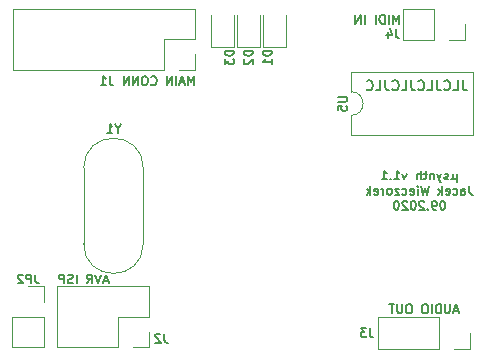
<source format=gbr>
G04 #@! TF.GenerationSoftware,KiCad,Pcbnew,5.1.6*
G04 #@! TF.CreationDate,2020-09-05T13:36:47+02:00*
G04 #@! TF.ProjectId,usynth,7573796e-7468-42e6-9b69-6361645f7063,2*
G04 #@! TF.SameCoordinates,Original*
G04 #@! TF.FileFunction,Legend,Bot*
G04 #@! TF.FilePolarity,Positive*
%FSLAX46Y46*%
G04 Gerber Fmt 4.6, Leading zero omitted, Abs format (unit mm)*
G04 Created by KiCad (PCBNEW 5.1.6) date 2020-09-05 13:36:47*
%MOMM*%
%LPD*%
G01*
G04 APERTURE LIST*
%ADD10C,0.150000*%
%ADD11C,0.120000*%
%ADD12O,1.802000X1.802000*%
%ADD13R,1.802000X1.802000*%
%ADD14C,1.602000*%
%ADD15O,1.702000X1.702000*%
%ADD16R,1.702000X1.702000*%
G04 APERTURE END LIST*
D10*
X153323928Y-61939285D02*
X153323928Y-61189285D01*
X153073928Y-61725000D01*
X152823928Y-61189285D01*
X152823928Y-61939285D01*
X152466785Y-61939285D02*
X152466785Y-61189285D01*
X152109642Y-61939285D02*
X152109642Y-61189285D01*
X151931071Y-61189285D01*
X151823928Y-61225000D01*
X151752500Y-61296428D01*
X151716785Y-61367857D01*
X151681071Y-61510714D01*
X151681071Y-61617857D01*
X151716785Y-61760714D01*
X151752500Y-61832142D01*
X151823928Y-61903571D01*
X151931071Y-61939285D01*
X152109642Y-61939285D01*
X151359642Y-61939285D02*
X151359642Y-61189285D01*
X150431071Y-61939285D02*
X150431071Y-61189285D01*
X150073928Y-61939285D02*
X150073928Y-61189285D01*
X149645357Y-61939285D01*
X149645357Y-61189285D01*
X158726190Y-66734523D02*
X158726190Y-67341666D01*
X158766666Y-67463095D01*
X158847619Y-67544047D01*
X158969047Y-67584523D01*
X159050000Y-67584523D01*
X157916666Y-67584523D02*
X158321428Y-67584523D01*
X158321428Y-66734523D01*
X157147619Y-67503571D02*
X157188095Y-67544047D01*
X157309523Y-67584523D01*
X157390476Y-67584523D01*
X157511904Y-67544047D01*
X157592857Y-67463095D01*
X157633333Y-67382142D01*
X157673809Y-67220238D01*
X157673809Y-67098809D01*
X157633333Y-66936904D01*
X157592857Y-66855952D01*
X157511904Y-66775000D01*
X157390476Y-66734523D01*
X157309523Y-66734523D01*
X157188095Y-66775000D01*
X157147619Y-66815476D01*
X156540476Y-66734523D02*
X156540476Y-67341666D01*
X156580952Y-67463095D01*
X156661904Y-67544047D01*
X156783333Y-67584523D01*
X156864285Y-67584523D01*
X155730952Y-67584523D02*
X156135714Y-67584523D01*
X156135714Y-66734523D01*
X154961904Y-67503571D02*
X155002380Y-67544047D01*
X155123809Y-67584523D01*
X155204761Y-67584523D01*
X155326190Y-67544047D01*
X155407142Y-67463095D01*
X155447619Y-67382142D01*
X155488095Y-67220238D01*
X155488095Y-67098809D01*
X155447619Y-66936904D01*
X155407142Y-66855952D01*
X155326190Y-66775000D01*
X155204761Y-66734523D01*
X155123809Y-66734523D01*
X155002380Y-66775000D01*
X154961904Y-66815476D01*
X154354761Y-66734523D02*
X154354761Y-67341666D01*
X154395238Y-67463095D01*
X154476190Y-67544047D01*
X154597619Y-67584523D01*
X154678571Y-67584523D01*
X153545238Y-67584523D02*
X153950000Y-67584523D01*
X153950000Y-66734523D01*
X152776190Y-67503571D02*
X152816666Y-67544047D01*
X152938095Y-67584523D01*
X153019047Y-67584523D01*
X153140476Y-67544047D01*
X153221428Y-67463095D01*
X153261904Y-67382142D01*
X153302380Y-67220238D01*
X153302380Y-67098809D01*
X153261904Y-66936904D01*
X153221428Y-66855952D01*
X153140476Y-66775000D01*
X153019047Y-66734523D01*
X152938095Y-66734523D01*
X152816666Y-66775000D01*
X152776190Y-66815476D01*
X152169047Y-66734523D02*
X152169047Y-67341666D01*
X152209523Y-67463095D01*
X152290476Y-67544047D01*
X152411904Y-67584523D01*
X152492857Y-67584523D01*
X151359523Y-67584523D02*
X151764285Y-67584523D01*
X151764285Y-66734523D01*
X150590476Y-67503571D02*
X150630952Y-67544047D01*
X150752380Y-67584523D01*
X150833333Y-67584523D01*
X150954761Y-67544047D01*
X151035714Y-67463095D01*
X151076190Y-67382142D01*
X151116666Y-67220238D01*
X151116666Y-67098809D01*
X151076190Y-66936904D01*
X151035714Y-66855952D01*
X150954761Y-66775000D01*
X150833333Y-66734523D01*
X150752380Y-66734523D01*
X150630952Y-66775000D01*
X150590476Y-66815476D01*
X135982142Y-67139285D02*
X135982142Y-66389285D01*
X135732142Y-66925000D01*
X135482142Y-66389285D01*
X135482142Y-67139285D01*
X135160714Y-66925000D02*
X134803571Y-66925000D01*
X135232142Y-67139285D02*
X134982142Y-66389285D01*
X134732142Y-67139285D01*
X134482142Y-67139285D02*
X134482142Y-66389285D01*
X134125000Y-67139285D02*
X134125000Y-66389285D01*
X133696428Y-67139285D01*
X133696428Y-66389285D01*
X132339285Y-67067857D02*
X132375000Y-67103571D01*
X132482142Y-67139285D01*
X132553571Y-67139285D01*
X132660714Y-67103571D01*
X132732142Y-67032142D01*
X132767857Y-66960714D01*
X132803571Y-66817857D01*
X132803571Y-66710714D01*
X132767857Y-66567857D01*
X132732142Y-66496428D01*
X132660714Y-66425000D01*
X132553571Y-66389285D01*
X132482142Y-66389285D01*
X132375000Y-66425000D01*
X132339285Y-66460714D01*
X131875000Y-66389285D02*
X131732142Y-66389285D01*
X131660714Y-66425000D01*
X131589285Y-66496428D01*
X131553571Y-66639285D01*
X131553571Y-66889285D01*
X131589285Y-67032142D01*
X131660714Y-67103571D01*
X131732142Y-67139285D01*
X131875000Y-67139285D01*
X131946428Y-67103571D01*
X132017857Y-67032142D01*
X132053571Y-66889285D01*
X132053571Y-66639285D01*
X132017857Y-66496428D01*
X131946428Y-66425000D01*
X131875000Y-66389285D01*
X131232142Y-67139285D02*
X131232142Y-66389285D01*
X130803571Y-67139285D01*
X130803571Y-66389285D01*
X130446428Y-67139285D02*
X130446428Y-66389285D01*
X130017857Y-67139285D01*
X130017857Y-66389285D01*
X158323000Y-86231000D02*
X157965857Y-86231000D01*
X158394428Y-86445285D02*
X158144428Y-85695285D01*
X157894428Y-86445285D01*
X157644428Y-85695285D02*
X157644428Y-86302428D01*
X157608714Y-86373857D01*
X157573000Y-86409571D01*
X157501571Y-86445285D01*
X157358714Y-86445285D01*
X157287285Y-86409571D01*
X157251571Y-86373857D01*
X157215857Y-86302428D01*
X157215857Y-85695285D01*
X156858714Y-86445285D02*
X156858714Y-85695285D01*
X156680142Y-85695285D01*
X156573000Y-85731000D01*
X156501571Y-85802428D01*
X156465857Y-85873857D01*
X156430142Y-86016714D01*
X156430142Y-86123857D01*
X156465857Y-86266714D01*
X156501571Y-86338142D01*
X156573000Y-86409571D01*
X156680142Y-86445285D01*
X156858714Y-86445285D01*
X156108714Y-86445285D02*
X156108714Y-85695285D01*
X155608714Y-85695285D02*
X155465857Y-85695285D01*
X155394428Y-85731000D01*
X155323000Y-85802428D01*
X155287285Y-85945285D01*
X155287285Y-86195285D01*
X155323000Y-86338142D01*
X155394428Y-86409571D01*
X155465857Y-86445285D01*
X155608714Y-86445285D01*
X155680142Y-86409571D01*
X155751571Y-86338142D01*
X155787285Y-86195285D01*
X155787285Y-85945285D01*
X155751571Y-85802428D01*
X155680142Y-85731000D01*
X155608714Y-85695285D01*
X154251571Y-85695285D02*
X154108714Y-85695285D01*
X154037285Y-85731000D01*
X153965857Y-85802428D01*
X153930142Y-85945285D01*
X153930142Y-86195285D01*
X153965857Y-86338142D01*
X154037285Y-86409571D01*
X154108714Y-86445285D01*
X154251571Y-86445285D01*
X154323000Y-86409571D01*
X154394428Y-86338142D01*
X154430142Y-86195285D01*
X154430142Y-85945285D01*
X154394428Y-85802428D01*
X154323000Y-85731000D01*
X154251571Y-85695285D01*
X153608714Y-85695285D02*
X153608714Y-86302428D01*
X153573000Y-86373857D01*
X153537285Y-86409571D01*
X153465857Y-86445285D01*
X153323000Y-86445285D01*
X153251571Y-86409571D01*
X153215857Y-86373857D01*
X153180142Y-86302428D01*
X153180142Y-85695285D01*
X152930142Y-85695285D02*
X152501571Y-85695285D01*
X152715857Y-86445285D02*
X152715857Y-85695285D01*
X128671428Y-83725000D02*
X128314285Y-83725000D01*
X128742857Y-83939285D02*
X128492857Y-83189285D01*
X128242857Y-83939285D01*
X128100000Y-83189285D02*
X127850000Y-83939285D01*
X127600000Y-83189285D01*
X126921428Y-83939285D02*
X127171428Y-83582142D01*
X127350000Y-83939285D02*
X127350000Y-83189285D01*
X127064285Y-83189285D01*
X126992857Y-83225000D01*
X126957142Y-83260714D01*
X126921428Y-83332142D01*
X126921428Y-83439285D01*
X126957142Y-83510714D01*
X126992857Y-83546428D01*
X127064285Y-83582142D01*
X127350000Y-83582142D01*
X126028571Y-83939285D02*
X126028571Y-83189285D01*
X125707142Y-83903571D02*
X125600000Y-83939285D01*
X125421428Y-83939285D01*
X125350000Y-83903571D01*
X125314285Y-83867857D01*
X125278571Y-83796428D01*
X125278571Y-83725000D01*
X125314285Y-83653571D01*
X125350000Y-83617857D01*
X125421428Y-83582142D01*
X125564285Y-83546428D01*
X125635714Y-83510714D01*
X125671428Y-83475000D01*
X125707142Y-83403571D01*
X125707142Y-83332142D01*
X125671428Y-83260714D01*
X125635714Y-83225000D01*
X125564285Y-83189285D01*
X125385714Y-83189285D01*
X125278571Y-83225000D01*
X124957142Y-83939285D02*
X124957142Y-83189285D01*
X124671428Y-83189285D01*
X124600000Y-83225000D01*
X124564285Y-83260714D01*
X124528571Y-83332142D01*
X124528571Y-83439285D01*
X124564285Y-83510714D01*
X124600000Y-83546428D01*
X124671428Y-83582142D01*
X124957142Y-83582142D01*
X158227714Y-74637285D02*
X158227714Y-75387285D01*
X157870571Y-75030142D02*
X157834857Y-75101571D01*
X157763428Y-75137285D01*
X158227714Y-75030142D02*
X158192000Y-75101571D01*
X158120571Y-75137285D01*
X157977714Y-75137285D01*
X157906285Y-75101571D01*
X157870571Y-75030142D01*
X157870571Y-74637285D01*
X157477714Y-75101571D02*
X157406285Y-75137285D01*
X157263428Y-75137285D01*
X157192000Y-75101571D01*
X157156285Y-75030142D01*
X157156285Y-74994428D01*
X157192000Y-74923000D01*
X157263428Y-74887285D01*
X157370571Y-74887285D01*
X157442000Y-74851571D01*
X157477714Y-74780142D01*
X157477714Y-74744428D01*
X157442000Y-74673000D01*
X157370571Y-74637285D01*
X157263428Y-74637285D01*
X157192000Y-74673000D01*
X156906285Y-74637285D02*
X156727714Y-75137285D01*
X156549142Y-74637285D02*
X156727714Y-75137285D01*
X156799142Y-75315857D01*
X156834857Y-75351571D01*
X156906285Y-75387285D01*
X156263428Y-74637285D02*
X156263428Y-75137285D01*
X156263428Y-74708714D02*
X156227714Y-74673000D01*
X156156285Y-74637285D01*
X156049142Y-74637285D01*
X155977714Y-74673000D01*
X155942000Y-74744428D01*
X155942000Y-75137285D01*
X155692000Y-74637285D02*
X155406285Y-74637285D01*
X155584857Y-74387285D02*
X155584857Y-75030142D01*
X155549142Y-75101571D01*
X155477714Y-75137285D01*
X155406285Y-75137285D01*
X155156285Y-75137285D02*
X155156285Y-74387285D01*
X154834857Y-75137285D02*
X154834857Y-74744428D01*
X154870571Y-74673000D01*
X154942000Y-74637285D01*
X155049142Y-74637285D01*
X155120571Y-74673000D01*
X155156285Y-74708714D01*
X153977714Y-74637285D02*
X153799142Y-75137285D01*
X153620571Y-74637285D01*
X152942000Y-75137285D02*
X153370571Y-75137285D01*
X153156285Y-75137285D02*
X153156285Y-74387285D01*
X153227714Y-74494428D01*
X153299142Y-74565857D01*
X153370571Y-74601571D01*
X152620571Y-75065857D02*
X152584857Y-75101571D01*
X152620571Y-75137285D01*
X152656285Y-75101571D01*
X152620571Y-75065857D01*
X152620571Y-75137285D01*
X151870571Y-75137285D02*
X152299142Y-75137285D01*
X152084857Y-75137285D02*
X152084857Y-74387285D01*
X152156285Y-74494428D01*
X152227714Y-74565857D01*
X152299142Y-74601571D01*
X159281285Y-75662285D02*
X159281285Y-76198000D01*
X159317000Y-76305142D01*
X159388428Y-76376571D01*
X159495571Y-76412285D01*
X159567000Y-76412285D01*
X158602714Y-76412285D02*
X158602714Y-76019428D01*
X158638428Y-75948000D01*
X158709857Y-75912285D01*
X158852714Y-75912285D01*
X158924142Y-75948000D01*
X158602714Y-76376571D02*
X158674142Y-76412285D01*
X158852714Y-76412285D01*
X158924142Y-76376571D01*
X158959857Y-76305142D01*
X158959857Y-76233714D01*
X158924142Y-76162285D01*
X158852714Y-76126571D01*
X158674142Y-76126571D01*
X158602714Y-76090857D01*
X157924142Y-76376571D02*
X157995571Y-76412285D01*
X158138428Y-76412285D01*
X158209857Y-76376571D01*
X158245571Y-76340857D01*
X158281285Y-76269428D01*
X158281285Y-76055142D01*
X158245571Y-75983714D01*
X158209857Y-75948000D01*
X158138428Y-75912285D01*
X157995571Y-75912285D01*
X157924142Y-75948000D01*
X157317000Y-76376571D02*
X157388428Y-76412285D01*
X157531285Y-76412285D01*
X157602714Y-76376571D01*
X157638428Y-76305142D01*
X157638428Y-76019428D01*
X157602714Y-75948000D01*
X157531285Y-75912285D01*
X157388428Y-75912285D01*
X157317000Y-75948000D01*
X157281285Y-76019428D01*
X157281285Y-76090857D01*
X157638428Y-76162285D01*
X156959857Y-76412285D02*
X156959857Y-75662285D01*
X156888428Y-76126571D02*
X156674142Y-76412285D01*
X156674142Y-75912285D02*
X156959857Y-76198000D01*
X155852714Y-75662285D02*
X155674142Y-76412285D01*
X155531285Y-75876571D01*
X155388428Y-76412285D01*
X155209857Y-75662285D01*
X154924142Y-76412285D02*
X154924142Y-75912285D01*
X154924142Y-75662285D02*
X154959857Y-75698000D01*
X154924142Y-75733714D01*
X154888428Y-75698000D01*
X154924142Y-75662285D01*
X154924142Y-75733714D01*
X154281285Y-76376571D02*
X154352714Y-76412285D01*
X154495571Y-76412285D01*
X154567000Y-76376571D01*
X154602714Y-76305142D01*
X154602714Y-76019428D01*
X154567000Y-75948000D01*
X154495571Y-75912285D01*
X154352714Y-75912285D01*
X154281285Y-75948000D01*
X154245571Y-76019428D01*
X154245571Y-76090857D01*
X154602714Y-76162285D01*
X153602714Y-76376571D02*
X153674142Y-76412285D01*
X153817000Y-76412285D01*
X153888428Y-76376571D01*
X153924142Y-76340857D01*
X153959857Y-76269428D01*
X153959857Y-76055142D01*
X153924142Y-75983714D01*
X153888428Y-75948000D01*
X153817000Y-75912285D01*
X153674142Y-75912285D01*
X153602714Y-75948000D01*
X153352714Y-75912285D02*
X152959857Y-75912285D01*
X153352714Y-76412285D01*
X152959857Y-76412285D01*
X152567000Y-76412285D02*
X152638428Y-76376571D01*
X152674142Y-76340857D01*
X152709857Y-76269428D01*
X152709857Y-76055142D01*
X152674142Y-75983714D01*
X152638428Y-75948000D01*
X152567000Y-75912285D01*
X152459857Y-75912285D01*
X152388428Y-75948000D01*
X152352714Y-75983714D01*
X152317000Y-76055142D01*
X152317000Y-76269428D01*
X152352714Y-76340857D01*
X152388428Y-76376571D01*
X152459857Y-76412285D01*
X152567000Y-76412285D01*
X151995571Y-76412285D02*
X151995571Y-75912285D01*
X151995571Y-76055142D02*
X151959857Y-75983714D01*
X151924142Y-75948000D01*
X151852714Y-75912285D01*
X151781285Y-75912285D01*
X151245571Y-76376571D02*
X151317000Y-76412285D01*
X151459857Y-76412285D01*
X151531285Y-76376571D01*
X151567000Y-76305142D01*
X151567000Y-76019428D01*
X151531285Y-75948000D01*
X151459857Y-75912285D01*
X151317000Y-75912285D01*
X151245571Y-75948000D01*
X151209857Y-76019428D01*
X151209857Y-76090857D01*
X151567000Y-76162285D01*
X150888428Y-76412285D02*
X150888428Y-75662285D01*
X150817000Y-76126571D02*
X150602714Y-76412285D01*
X150602714Y-75912285D02*
X150888428Y-76198000D01*
X157067000Y-76937285D02*
X156995571Y-76937285D01*
X156924142Y-76973000D01*
X156888428Y-77008714D01*
X156852714Y-77080142D01*
X156817000Y-77223000D01*
X156817000Y-77401571D01*
X156852714Y-77544428D01*
X156888428Y-77615857D01*
X156924142Y-77651571D01*
X156995571Y-77687285D01*
X157067000Y-77687285D01*
X157138428Y-77651571D01*
X157174142Y-77615857D01*
X157209857Y-77544428D01*
X157245571Y-77401571D01*
X157245571Y-77223000D01*
X157209857Y-77080142D01*
X157174142Y-77008714D01*
X157138428Y-76973000D01*
X157067000Y-76937285D01*
X156459857Y-77687285D02*
X156317000Y-77687285D01*
X156245571Y-77651571D01*
X156209857Y-77615857D01*
X156138428Y-77508714D01*
X156102714Y-77365857D01*
X156102714Y-77080142D01*
X156138428Y-77008714D01*
X156174142Y-76973000D01*
X156245571Y-76937285D01*
X156388428Y-76937285D01*
X156459857Y-76973000D01*
X156495571Y-77008714D01*
X156531285Y-77080142D01*
X156531285Y-77258714D01*
X156495571Y-77330142D01*
X156459857Y-77365857D01*
X156388428Y-77401571D01*
X156245571Y-77401571D01*
X156174142Y-77365857D01*
X156138428Y-77330142D01*
X156102714Y-77258714D01*
X155781285Y-77615857D02*
X155745571Y-77651571D01*
X155781285Y-77687285D01*
X155817000Y-77651571D01*
X155781285Y-77615857D01*
X155781285Y-77687285D01*
X155459857Y-77008714D02*
X155424142Y-76973000D01*
X155352714Y-76937285D01*
X155174142Y-76937285D01*
X155102714Y-76973000D01*
X155067000Y-77008714D01*
X155031285Y-77080142D01*
X155031285Y-77151571D01*
X155067000Y-77258714D01*
X155495571Y-77687285D01*
X155031285Y-77687285D01*
X154567000Y-76937285D02*
X154495571Y-76937285D01*
X154424142Y-76973000D01*
X154388428Y-77008714D01*
X154352714Y-77080142D01*
X154317000Y-77223000D01*
X154317000Y-77401571D01*
X154352714Y-77544428D01*
X154388428Y-77615857D01*
X154424142Y-77651571D01*
X154495571Y-77687285D01*
X154567000Y-77687285D01*
X154638428Y-77651571D01*
X154674142Y-77615857D01*
X154709857Y-77544428D01*
X154745571Y-77401571D01*
X154745571Y-77223000D01*
X154709857Y-77080142D01*
X154674142Y-77008714D01*
X154638428Y-76973000D01*
X154567000Y-76937285D01*
X154031285Y-77008714D02*
X153995571Y-76973000D01*
X153924142Y-76937285D01*
X153745571Y-76937285D01*
X153674142Y-76973000D01*
X153638428Y-77008714D01*
X153602714Y-77080142D01*
X153602714Y-77151571D01*
X153638428Y-77258714D01*
X154067000Y-77687285D01*
X153602714Y-77687285D01*
X153138428Y-76937285D02*
X153067000Y-76937285D01*
X152995571Y-76973000D01*
X152959857Y-77008714D01*
X152924142Y-77080142D01*
X152888428Y-77223000D01*
X152888428Y-77401571D01*
X152924142Y-77544428D01*
X152959857Y-77615857D01*
X152995571Y-77651571D01*
X153067000Y-77687285D01*
X153138428Y-77687285D01*
X153209857Y-77651571D01*
X153245571Y-77615857D01*
X153281285Y-77544428D01*
X153317000Y-77401571D01*
X153317000Y-77223000D01*
X153281285Y-77080142D01*
X153245571Y-77008714D01*
X153209857Y-76973000D01*
X153138428Y-76937285D01*
D11*
X137440000Y-63885000D02*
X137440000Y-61200000D01*
X139360000Y-63885000D02*
X137440000Y-63885000D01*
X139360000Y-61200000D02*
X139360000Y-63885000D01*
X136030000Y-65870000D02*
X136030000Y-64540000D01*
X134700000Y-65870000D02*
X136030000Y-65870000D01*
X136030000Y-63270000D02*
X136030000Y-60670000D01*
X133430000Y-63270000D02*
X136030000Y-63270000D01*
X133430000Y-65870000D02*
X133430000Y-63270000D01*
X136030000Y-60670000D02*
X120670000Y-60670000D01*
X133430000Y-65870000D02*
X120670000Y-65870000D01*
X120670000Y-65870000D02*
X120670000Y-60670000D01*
X139640000Y-63885000D02*
X139640000Y-61200000D01*
X141560000Y-63885000D02*
X139640000Y-63885000D01*
X141560000Y-61200000D02*
X141560000Y-63885000D01*
X141840000Y-63885000D02*
X141840000Y-61200000D01*
X143760000Y-63885000D02*
X141840000Y-63885000D01*
X143760000Y-61200000D02*
X143760000Y-63885000D01*
X131684000Y-74170000D02*
X131684000Y-80570000D01*
X126634000Y-74170000D02*
X126634000Y-80570000D01*
X131684000Y-80570000D02*
G75*
G02*
X126634000Y-80570000I-2525000J0D01*
G01*
X131684000Y-74170000D02*
G75*
G03*
X126634000Y-74170000I-2525000J0D01*
G01*
X149292000Y-71357000D02*
X149292000Y-69707000D01*
X159572000Y-71357000D02*
X149292000Y-71357000D01*
X159572000Y-66057000D02*
X159572000Y-71357000D01*
X149292000Y-66057000D02*
X159572000Y-66057000D01*
X149292000Y-67707000D02*
X149292000Y-66057000D01*
X149292000Y-69707000D02*
G75*
G03*
X149292000Y-67707000I0J1000000D01*
G01*
X158890000Y-63330000D02*
X158890000Y-62000000D01*
X157560000Y-63330000D02*
X158890000Y-63330000D01*
X156290000Y-63330000D02*
X156290000Y-60670000D01*
X156290000Y-60670000D02*
X153690000Y-60670000D01*
X156290000Y-63330000D02*
X153690000Y-63330000D01*
X153690000Y-63330000D02*
X153690000Y-60670000D01*
X159318000Y-89468000D02*
X159318000Y-88138000D01*
X157988000Y-89468000D02*
X159318000Y-89468000D01*
X156718000Y-89468000D02*
X156718000Y-86808000D01*
X156718000Y-86808000D02*
X151578000Y-86808000D01*
X156718000Y-89468000D02*
X151578000Y-89468000D01*
X151578000Y-89468000D02*
X151578000Y-86808000D01*
X132130000Y-89341000D02*
X132130000Y-88011000D01*
X130800000Y-89341000D02*
X132130000Y-89341000D01*
X132130000Y-86741000D02*
X132130000Y-84141000D01*
X129530000Y-86741000D02*
X132130000Y-86741000D01*
X129530000Y-89341000D02*
X129530000Y-86741000D01*
X132130000Y-84141000D02*
X124390000Y-84141000D01*
X129530000Y-89341000D02*
X124390000Y-89341000D01*
X124390000Y-89341000D02*
X124390000Y-84141000D01*
X123250000Y-84141000D02*
X121920000Y-84141000D01*
X123250000Y-85471000D02*
X123250000Y-84141000D01*
X123250000Y-86741000D02*
X120590000Y-86741000D01*
X120590000Y-86741000D02*
X120590000Y-89341000D01*
X123250000Y-86741000D02*
X123250000Y-89341000D01*
X123250000Y-89341000D02*
X120590000Y-89341000D01*
D10*
X139339285Y-64246428D02*
X138589285Y-64246428D01*
X138589285Y-64425000D01*
X138625000Y-64532142D01*
X138696428Y-64603571D01*
X138767857Y-64639285D01*
X138910714Y-64675000D01*
X139017857Y-64675000D01*
X139160714Y-64639285D01*
X139232142Y-64603571D01*
X139303571Y-64532142D01*
X139339285Y-64425000D01*
X139339285Y-64246428D01*
X138589285Y-64925000D02*
X138589285Y-65389285D01*
X138875000Y-65139285D01*
X138875000Y-65246428D01*
X138910714Y-65317857D01*
X138946428Y-65353571D01*
X139017857Y-65389285D01*
X139196428Y-65389285D01*
X139267857Y-65353571D01*
X139303571Y-65317857D01*
X139339285Y-65246428D01*
X139339285Y-65032142D01*
X139303571Y-64960714D01*
X139267857Y-64925000D01*
X128850000Y-66389285D02*
X128850000Y-66925000D01*
X128885714Y-67032142D01*
X128957142Y-67103571D01*
X129064285Y-67139285D01*
X129135714Y-67139285D01*
X128100000Y-67139285D02*
X128528571Y-67139285D01*
X128314285Y-67139285D02*
X128314285Y-66389285D01*
X128385714Y-66496428D01*
X128457142Y-66567857D01*
X128528571Y-66603571D01*
X140939285Y-64246428D02*
X140189285Y-64246428D01*
X140189285Y-64425000D01*
X140225000Y-64532142D01*
X140296428Y-64603571D01*
X140367857Y-64639285D01*
X140510714Y-64675000D01*
X140617857Y-64675000D01*
X140760714Y-64639285D01*
X140832142Y-64603571D01*
X140903571Y-64532142D01*
X140939285Y-64425000D01*
X140939285Y-64246428D01*
X140260714Y-64960714D02*
X140225000Y-64996428D01*
X140189285Y-65067857D01*
X140189285Y-65246428D01*
X140225000Y-65317857D01*
X140260714Y-65353571D01*
X140332142Y-65389285D01*
X140403571Y-65389285D01*
X140510714Y-65353571D01*
X140939285Y-64925000D01*
X140939285Y-65389285D01*
X142539285Y-64246428D02*
X141789285Y-64246428D01*
X141789285Y-64425000D01*
X141825000Y-64532142D01*
X141896428Y-64603571D01*
X141967857Y-64639285D01*
X142110714Y-64675000D01*
X142217857Y-64675000D01*
X142360714Y-64639285D01*
X142432142Y-64603571D01*
X142503571Y-64532142D01*
X142539285Y-64425000D01*
X142539285Y-64246428D01*
X142539285Y-65389285D02*
X142539285Y-64960714D01*
X142539285Y-65175000D02*
X141789285Y-65175000D01*
X141896428Y-65103571D01*
X141967857Y-65032142D01*
X142003571Y-64960714D01*
X129516142Y-70848142D02*
X129516142Y-71205285D01*
X129766142Y-70455285D02*
X129516142Y-70848142D01*
X129266142Y-70455285D01*
X128623285Y-71205285D02*
X129051857Y-71205285D01*
X128837571Y-71205285D02*
X128837571Y-70455285D01*
X128909000Y-70562428D01*
X128980428Y-70633857D01*
X129051857Y-70669571D01*
X148179285Y-68135571D02*
X148786428Y-68135571D01*
X148857857Y-68171285D01*
X148893571Y-68207000D01*
X148929285Y-68278428D01*
X148929285Y-68421285D01*
X148893571Y-68492714D01*
X148857857Y-68528428D01*
X148786428Y-68564142D01*
X148179285Y-68564142D01*
X148179285Y-69278428D02*
X148179285Y-68921285D01*
X148536428Y-68885571D01*
X148500714Y-68921285D01*
X148465000Y-68992714D01*
X148465000Y-69171285D01*
X148500714Y-69242714D01*
X148536428Y-69278428D01*
X148607857Y-69314142D01*
X148786428Y-69314142D01*
X148857857Y-69278428D01*
X148893571Y-69242714D01*
X148929285Y-69171285D01*
X148929285Y-68992714D01*
X148893571Y-68921285D01*
X148857857Y-68885571D01*
X153050000Y-62389285D02*
X153050000Y-62925000D01*
X153085714Y-63032142D01*
X153157142Y-63103571D01*
X153264285Y-63139285D01*
X153335714Y-63139285D01*
X152371428Y-62639285D02*
X152371428Y-63139285D01*
X152550000Y-62353571D02*
X152728571Y-62889285D01*
X152264285Y-62889285D01*
X150850000Y-87727285D02*
X150850000Y-88263000D01*
X150885714Y-88370142D01*
X150957142Y-88441571D01*
X151064285Y-88477285D01*
X151135714Y-88477285D01*
X150564285Y-87727285D02*
X150100000Y-87727285D01*
X150350000Y-88013000D01*
X150242857Y-88013000D01*
X150171428Y-88048714D01*
X150135714Y-88084428D01*
X150100000Y-88155857D01*
X150100000Y-88334428D01*
X150135714Y-88405857D01*
X150171428Y-88441571D01*
X150242857Y-88477285D01*
X150457142Y-88477285D01*
X150528571Y-88441571D01*
X150564285Y-88405857D01*
X133450000Y-88189285D02*
X133450000Y-88725000D01*
X133485714Y-88832142D01*
X133557142Y-88903571D01*
X133664285Y-88939285D01*
X133735714Y-88939285D01*
X133128571Y-88260714D02*
X133092857Y-88225000D01*
X133021428Y-88189285D01*
X132842857Y-88189285D01*
X132771428Y-88225000D01*
X132735714Y-88260714D01*
X132700000Y-88332142D01*
X132700000Y-88403571D01*
X132735714Y-88510714D01*
X133164285Y-88939285D01*
X132700000Y-88939285D01*
X122545000Y-83189285D02*
X122545000Y-83725000D01*
X122580714Y-83832142D01*
X122652142Y-83903571D01*
X122759285Y-83939285D01*
X122830714Y-83939285D01*
X122187857Y-83939285D02*
X122187857Y-83189285D01*
X121902142Y-83189285D01*
X121830714Y-83225000D01*
X121795000Y-83260714D01*
X121759285Y-83332142D01*
X121759285Y-83439285D01*
X121795000Y-83510714D01*
X121830714Y-83546428D01*
X121902142Y-83582142D01*
X122187857Y-83582142D01*
X121473571Y-83260714D02*
X121437857Y-83225000D01*
X121366428Y-83189285D01*
X121187857Y-83189285D01*
X121116428Y-83225000D01*
X121080714Y-83260714D01*
X121045000Y-83332142D01*
X121045000Y-83403571D01*
X121080714Y-83510714D01*
X121509285Y-83939285D01*
X121045000Y-83939285D01*
%LPC*%
G36*
G01*
X138881750Y-61801000D02*
X137918250Y-61801000D01*
G75*
G02*
X137649000Y-61531750I0J269250D01*
G01*
X137649000Y-60993250D01*
G75*
G02*
X137918250Y-60724000I269250J0D01*
G01*
X138881750Y-60724000D01*
G75*
G02*
X139151000Y-60993250I0J-269250D01*
G01*
X139151000Y-61531750D01*
G75*
G02*
X138881750Y-61801000I-269250J0D01*
G01*
G37*
G36*
G01*
X138881750Y-63676000D02*
X137918250Y-63676000D01*
G75*
G02*
X137649000Y-63406750I0J269250D01*
G01*
X137649000Y-62868250D01*
G75*
G02*
X137918250Y-62599000I269250J0D01*
G01*
X138881750Y-62599000D01*
G75*
G02*
X139151000Y-62868250I0J-269250D01*
G01*
X139151000Y-63406750D01*
G75*
G02*
X138881750Y-63676000I-269250J0D01*
G01*
G37*
D12*
X122000000Y-62000000D03*
X122000000Y-64540000D03*
X124540000Y-62000000D03*
X124540000Y-64540000D03*
X127080000Y-62000000D03*
X127080000Y-64540000D03*
X129620000Y-62000000D03*
X129620000Y-64540000D03*
X132160000Y-62000000D03*
X132160000Y-64540000D03*
X134700000Y-62000000D03*
D13*
X134700000Y-64540000D03*
G36*
G01*
X141081750Y-61801000D02*
X140118250Y-61801000D01*
G75*
G02*
X139849000Y-61531750I0J269250D01*
G01*
X139849000Y-60993250D01*
G75*
G02*
X140118250Y-60724000I269250J0D01*
G01*
X141081750Y-60724000D01*
G75*
G02*
X141351000Y-60993250I0J-269250D01*
G01*
X141351000Y-61531750D01*
G75*
G02*
X141081750Y-61801000I-269250J0D01*
G01*
G37*
G36*
G01*
X141081750Y-63676000D02*
X140118250Y-63676000D01*
G75*
G02*
X139849000Y-63406750I0J269250D01*
G01*
X139849000Y-62868250D01*
G75*
G02*
X140118250Y-62599000I269250J0D01*
G01*
X141081750Y-62599000D01*
G75*
G02*
X141351000Y-62868250I0J-269250D01*
G01*
X141351000Y-63406750D01*
G75*
G02*
X141081750Y-63676000I-269250J0D01*
G01*
G37*
G36*
G01*
X143281750Y-61801000D02*
X142318250Y-61801000D01*
G75*
G02*
X142049000Y-61531750I0J269250D01*
G01*
X142049000Y-60993250D01*
G75*
G02*
X142318250Y-60724000I269250J0D01*
G01*
X143281750Y-60724000D01*
G75*
G02*
X143551000Y-60993250I0J-269250D01*
G01*
X143551000Y-61531750D01*
G75*
G02*
X143281750Y-61801000I-269250J0D01*
G01*
G37*
G36*
G01*
X143281750Y-63676000D02*
X142318250Y-63676000D01*
G75*
G02*
X142049000Y-63406750I0J269250D01*
G01*
X142049000Y-62868250D01*
G75*
G02*
X142318250Y-62599000I269250J0D01*
G01*
X143281750Y-62599000D01*
G75*
G02*
X143551000Y-62868250I0J-269250D01*
G01*
X143551000Y-63406750D01*
G75*
G02*
X143281750Y-63676000I-269250J0D01*
G01*
G37*
D14*
X129159000Y-79810000D03*
X129159000Y-74930000D03*
D15*
X150622000Y-72517000D03*
X158242000Y-64897000D03*
X153162000Y-72517000D03*
X155702000Y-64897000D03*
X155702000Y-72517000D03*
X153162000Y-64897000D03*
X158242000Y-72517000D03*
D16*
X150622000Y-64897000D03*
D12*
X155020000Y-62000000D03*
D13*
X157560000Y-62000000D03*
D12*
X152908000Y-88138000D03*
X155448000Y-88138000D03*
D13*
X157988000Y-88138000D03*
D12*
X125720000Y-85471000D03*
X125720000Y-88011000D03*
X128260000Y-85471000D03*
X128260000Y-88011000D03*
X130800000Y-85471000D03*
D13*
X130800000Y-88011000D03*
D12*
X121920000Y-88011000D03*
D13*
X121920000Y-85471000D03*
M02*

</source>
